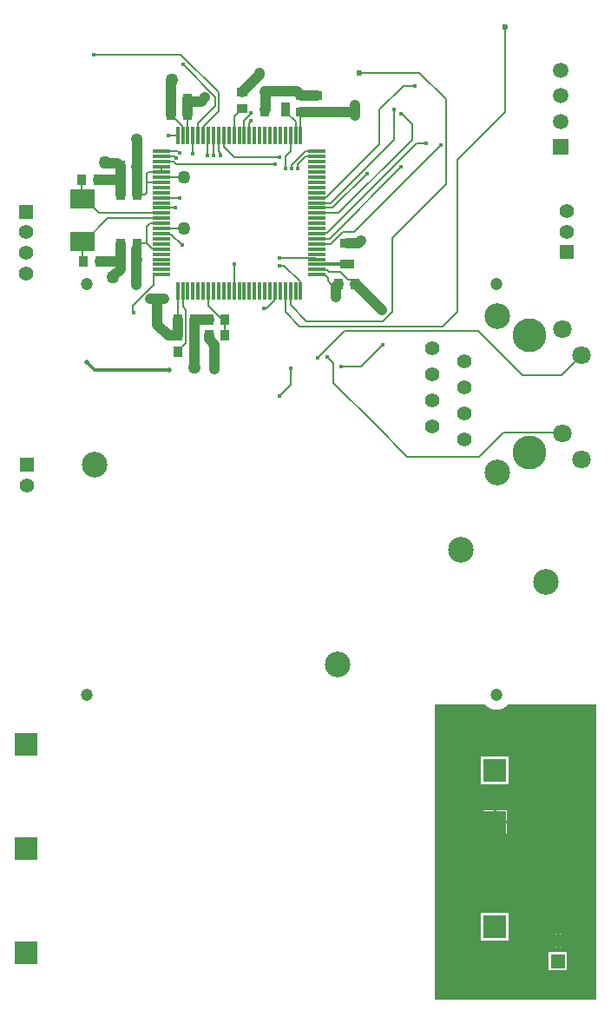
<source format=gbr>
%TF.GenerationSoftware,Altium Limited,Altium Designer,20.1.12 (249)*%
G04 Layer_Physical_Order=4*
G04 Layer_Color=16711680*
%FSLAX45Y45*%
%MOMM*%
%TF.SameCoordinates,0418086A-757F-42B6-A3B9-695331E80F4B*%
%TF.FilePolarity,Positive*%
%TF.FileFunction,Copper,L4,Bot,Signal*%
%TF.Part,Single*%
G01*
G75*
%TA.AperFunction,SMDPad,CuDef*%
%ADD12R,1.00000X0.95000*%
%ADD13R,0.95000X1.00000*%
%ADD21R,1.40000X0.95000*%
%ADD26R,0.95000X1.40000*%
%TA.AperFunction,Conductor*%
%ADD45C,1.00000*%
%ADD46C,0.30000*%
%ADD48C,0.20000*%
%ADD49C,0.15000*%
%TA.AperFunction,ComponentPad*%
%ADD52C,1.40000*%
%ADD53R,1.40000X1.40000*%
%TA.AperFunction,WasherPad*%
%ADD54C,1.20000*%
%TA.AperFunction,ComponentPad*%
%ADD55C,2.50000*%
%ADD56C,1.50000*%
%ADD57R,1.50000X1.50000*%
%ADD58C,3.30000*%
%ADD59C,1.80000*%
%ADD60R,2.30000X2.30000*%
%TA.AperFunction,ViaPad*%
%ADD61C,0.60000*%
%ADD62C,0.40000*%
%ADD63C,0.50000*%
%ADD64C,1.27000*%
%ADD65C,2.50000*%
%TA.AperFunction,SMDPad,CuDef*%
%ADD66R,2.40000X1.90000*%
%ADD67R,1.75000X0.30000*%
%ADD68R,0.30000X1.75000*%
G36*
X5974512Y25488D02*
X4400000D01*
Y2900000D01*
X4888021D01*
X4893421Y2893420D01*
X4916261Y2874675D01*
X4942320Y2860747D01*
X4970595Y2852170D01*
X5000000Y2849273D01*
X5029405Y2852170D01*
X5057680Y2860747D01*
X5083739Y2874675D01*
X5106579Y2893420D01*
X5111980Y2900000D01*
X5974512D01*
Y25488D01*
D02*
G37*
%LPC*%
G36*
X5121000Y2397002D02*
X4851000D01*
Y2127002D01*
X5121000D01*
Y2397002D01*
D02*
G37*
G36*
X5101000Y1869002D02*
X4998700D01*
Y1766702D01*
X5101000D01*
Y1869002D01*
D02*
G37*
G36*
X4973300D02*
X4871000D01*
Y1766702D01*
X4973300D01*
Y1869002D01*
D02*
G37*
G36*
X5101000Y1741302D02*
X4998700D01*
Y1639002D01*
X5101000D01*
Y1741302D01*
D02*
G37*
G36*
X4973300D02*
X4871000D01*
Y1639002D01*
X4973300D01*
Y1741302D01*
D02*
G37*
G36*
X5612699Y668931D02*
Y612699D01*
X5668931D01*
X5668197Y618272D01*
X5661144Y635301D01*
X5649923Y649923D01*
X5635301Y661143D01*
X5618272Y668197D01*
X5612699Y668931D01*
D02*
G37*
G36*
X5587299D02*
X5581725Y668197D01*
X5564697Y661143D01*
X5550074Y649923D01*
X5538854Y635301D01*
X5531801Y618272D01*
X5531067Y612699D01*
X5587299D01*
Y668931D01*
D02*
G37*
G36*
X5121000Y873002D02*
X4851000D01*
Y603002D01*
X5121000D01*
Y873002D01*
D02*
G37*
G36*
X5668931Y587299D02*
X5612699D01*
Y531067D01*
X5618272Y531801D01*
X5635301Y538854D01*
X5649923Y550074D01*
X5661144Y564697D01*
X5668197Y581725D01*
X5668931Y587299D01*
D02*
G37*
G36*
X5587299D02*
X5531067D01*
X5531801Y581725D01*
X5538854Y564697D01*
X5550074Y550074D01*
X5564697Y538854D01*
X5581725Y531801D01*
X5587299Y531067D01*
Y587299D01*
D02*
G37*
G36*
X5689999Y489999D02*
X5509999D01*
Y309999D01*
X5689999D01*
Y489999D01*
D02*
G37*
%LPD*%
D12*
X3098500Y8837498D02*
D03*
Y8677499D02*
D03*
X3251002Y8837498D02*
D03*
Y8677499D02*
D03*
X2520000Y8870000D02*
D03*
Y8710000D02*
D03*
D13*
X2193498Y6654998D02*
D03*
X2353498D02*
D03*
Y6497498D02*
D03*
X2193498D02*
D03*
X2050999Y6340003D02*
D03*
X1891000D02*
D03*
X2050999Y6654998D02*
D03*
X1891000D02*
D03*
X1333500Y7874376D02*
D03*
X1493500D02*
D03*
X1333500Y8150001D02*
D03*
X1493500D02*
D03*
X1331001Y7389998D02*
D03*
X1491000D02*
D03*
X1333500Y8012501D02*
D03*
X1493500D02*
D03*
X3618499Y7005000D02*
D03*
X3458500D02*
D03*
X1828500Y8652500D02*
D03*
X1988500D02*
D03*
X1333500Y7240001D02*
D03*
X1493500D02*
D03*
X1828500Y8805001D02*
D03*
X1988500D02*
D03*
X2050999Y6497498D02*
D03*
X1891000D02*
D03*
X1116000Y8017500D02*
D03*
X956000D02*
D03*
X1131001Y7222500D02*
D03*
X971001D02*
D03*
D21*
X3543498Y7200001D02*
D03*
Y7400000D02*
D03*
D26*
X2943499Y8699998D02*
D03*
X2743500D02*
D03*
D45*
X3552500Y8677499D02*
X3619998D01*
X1493500Y8150001D02*
Y8413999D01*
Y8150001D02*
Y8350001D01*
Y8413999D01*
X1692499Y6602501D02*
Y6857502D01*
X2520000Y8870000D02*
X2692502Y9042502D01*
Y9060002D01*
X1490000Y8417499D02*
X1493500Y8413999D01*
Y8012501D02*
Y8150001D01*
X1490000Y8146501D02*
X1493500Y8150001D01*
X3543498Y7400000D02*
X3545997Y7402500D01*
X3657498D01*
X3679998Y7424999D01*
X2117501Y8780003D02*
X2157486Y8819987D01*
X2117501Y8777498D02*
Y8780003D01*
X3619998Y8647501D02*
Y8677499D01*
X2252502Y6310000D02*
Y6409070D01*
Y6242502D02*
Y6310000D01*
Y6174999D02*
Y6242502D01*
X2193498Y6468074D02*
Y6497498D01*
Y6468074D02*
X2252502Y6409070D01*
X1692499Y6857502D02*
X1760002D01*
X3430001Y6869999D02*
Y6976501D01*
X3458500Y7005000D01*
X1490000Y7127499D02*
Y7236501D01*
Y7060001D02*
Y7127499D01*
Y6992498D02*
Y7060001D01*
Y7236501D02*
X1493500Y7240001D01*
X2050999Y6191001D02*
Y6340003D01*
X2049998Y6190000D02*
X2050999Y6191001D01*
X1301364Y8182138D02*
X1333500Y8150001D01*
X1185164Y8182138D02*
X1301364D01*
X1179998Y8187304D02*
X1185164Y8182138D01*
X1333500Y7148114D02*
Y7240001D01*
X1260003Y7074611D02*
X1333500Y7148114D01*
X1260003Y7067306D02*
Y7074611D01*
X1493500Y7874376D02*
Y8012501D01*
X1490172Y7243328D02*
Y7342500D01*
Y7243328D02*
X1493500Y7240001D01*
X1331001Y7242500D02*
Y7389998D01*
Y7242500D02*
X1333500Y7240001D01*
X1131001Y7222500D02*
X1315999D01*
X1333500Y7240001D01*
Y8012501D02*
Y8150001D01*
Y7874376D02*
Y8012501D01*
X1116000Y8017500D02*
X1328501D01*
X1333500Y8012501D01*
X3098500Y8837498D02*
X3251002D01*
X3056001Y8880003D02*
X3098500Y8837498D01*
X2767305Y8880003D02*
X3056001D01*
X2757307Y8870000D02*
X2767305Y8880003D01*
X2750002Y8870000D02*
X2757307D01*
X2745999Y8702497D02*
Y8857529D01*
X1828500Y8805001D02*
Y8988501D01*
X1829999Y8990000D01*
X1828500Y8652500D02*
Y8805001D01*
X2743500Y8699998D02*
X2745999Y8702497D01*
X2050999Y6340003D02*
Y6497498D01*
Y6654998D02*
X2193498D01*
X2050999Y6497498D02*
Y6654998D01*
X3618499Y7005000D02*
X3625002D01*
X3880002Y6749999D01*
X1625001Y6857502D02*
X1692499D01*
Y6602501D02*
X1797502Y6497498D01*
X1891000D01*
Y6654998D01*
X3619998Y8744996D02*
Y8745002D01*
Y8677499D02*
Y8744996D01*
X3251002Y8677499D02*
X3552500D01*
X3098500D02*
X3251002D01*
X1988500Y8652500D02*
Y8805001D01*
X2016003Y8777498D01*
X2117501D01*
D46*
X1080003Y6159998D02*
X1805000D01*
X999998Y6239998D02*
X1080003Y6159998D01*
X3247502Y7192503D02*
X3536000D01*
X3543498Y7200001D01*
D48*
X2189998Y6791355D02*
X2353498Y6627856D01*
X2939999Y6731000D02*
Y6935003D01*
Y6731000D02*
X3082239Y6588760D01*
X4475480D01*
X4617720Y6731000D01*
Y8211820D01*
X5087620Y8681720D01*
Y9507220D01*
X3660140Y9060180D02*
X4246880D01*
X4505960Y8801100D01*
Y7975600D02*
Y8801100D01*
X3982720Y7452360D02*
X4505960Y7975600D01*
X3982720Y6731000D02*
Y7452360D01*
X3891280Y6639560D02*
X3982720Y6731000D01*
X3144942Y6639560D02*
X3891280D01*
X2990002Y6794500D02*
X3144942Y6639560D01*
X2990002Y6794500D02*
Y6935003D01*
X1825351Y7487503D02*
X1932854Y7380000D01*
X2540000Y8597143D02*
X2607498Y8664646D01*
X2590414Y8567501D02*
X2607498Y8584590D01*
Y8590001D01*
X2540000Y8450001D02*
Y8597143D01*
X2607498Y8664646D02*
Y8670000D01*
X2590002Y8450001D02*
X2590414Y8450412D01*
Y8567501D01*
X1800001Y8450001D02*
X1889999D01*
X1589999Y7984998D02*
Y8079999D01*
X1493500Y8150001D02*
X1501003Y8142498D01*
X1493500Y8012501D02*
X1513500Y7992501D01*
X1732498Y7492502D02*
X1737497Y7487503D01*
X1825351D01*
X1948749Y7541250D02*
X1949999Y7540000D01*
X1741251Y7541250D02*
X1948749D01*
X1450000Y6729999D02*
Y6791249D01*
Y6729999D02*
X1460002Y6720002D01*
X1659997Y7092498D02*
X1732498D01*
X1654998Y7087499D02*
X1659997Y7092498D01*
X1654998Y6996247D02*
Y7087499D01*
X1450000Y6791249D02*
X1654998Y6996247D01*
X5632409Y6110000D02*
X5830809Y6308400D01*
X5255001Y6110000D02*
X5632409D01*
X4824999Y6540002D02*
X5255001Y6110000D01*
X3259999Y6279998D02*
X3519998Y6540002D01*
X4824999D01*
X3410001Y6039998D02*
Y6227110D01*
X3348553Y6288557D02*
X3410001Y6227110D01*
X3820003Y5630001D02*
X4129999Y5320000D01*
X4829998D01*
X3410001Y6039998D02*
X3820003Y5630001D01*
X5630809Y5555899D02*
X5640309Y5546400D01*
X5065898Y5555899D02*
X5630809D01*
X4829998Y5320000D02*
X5065898Y5555899D01*
X3480460Y6200049D02*
X3680049D01*
X3890000Y6410000D01*
X2353498Y6497498D02*
Y6627856D01*
X3860002Y8699998D02*
X4089999Y8930000D01*
X4200002D01*
X3247502Y7842499D02*
X3252500Y7847498D01*
X3340354D01*
X3860002Y8367146D01*
Y8699998D01*
X4000002Y8410001D02*
Y8699998D01*
X3382503Y7792502D02*
X4000002Y8410001D01*
X3247502Y7792502D02*
X3382503D01*
X2309998Y8257499D02*
Y8275411D01*
X2240001Y8257499D02*
Y8450001D01*
X956000Y7835001D02*
Y8017500D01*
Y7835001D02*
X960999Y7830002D01*
X1123498Y7692502D02*
X1732498D01*
X985998Y7830002D02*
X1123498Y7692502D01*
X960999Y7830002D02*
X985998D01*
X2289998Y8295416D02*
X2309998Y8275411D01*
X2289998Y8295416D02*
Y8450001D01*
X1622501Y7592502D02*
X1732498D01*
X1587144Y7557145D02*
X1622501Y7592502D01*
X1587144Y7400000D02*
Y7557145D01*
X1491000Y7389998D02*
X1501003Y7400000D01*
X1587144D01*
X1634642Y7352502D01*
X1649994D01*
X1659997Y7342500D01*
X1732498D01*
X1740002Y7540000D02*
X1741251Y7541250D01*
X1732498Y7542500D02*
X1737502D01*
X1740002Y7540000D01*
X1589999Y7890002D02*
Y7984998D01*
X1597503Y7992501D02*
X1732498D01*
X1589999Y7984998D02*
X1597503Y7992501D01*
X1602501Y8092501D02*
X1732498D01*
X1589999Y8079999D02*
X1602501Y8092501D01*
X1493500Y7874376D02*
X1574378D01*
X1589999Y7890002D01*
X1732498Y8042499D02*
X1733748Y8041249D01*
X1948749D01*
X1949999Y8039999D01*
X1828500Y8650000D02*
Y8652500D01*
Y8650000D02*
X1866001Y8612500D01*
X1935002Y8455000D02*
X1940001Y8450001D01*
X1866001Y8612500D02*
X1868500D01*
X1935002Y8545998D01*
Y8455000D02*
Y8545998D01*
X3039999Y8450001D02*
Y8580999D01*
X2943499Y8677499D02*
X3039999Y8580999D01*
X2943499Y8677499D02*
Y8699998D01*
X3350219Y7140291D02*
X3368548Y7121962D01*
X3247502Y7142500D02*
X3249712Y7140291D01*
X3368548Y7121962D02*
X3474390D01*
X3249712Y7140291D02*
X3350219D01*
X3474390Y7121962D02*
X3554964Y7041393D01*
X3582106D01*
X3618499Y7005000D01*
X3353288Y7032711D02*
Y7059214D01*
Y7032711D02*
X3380999Y7005000D01*
X3320004Y7092498D02*
X3353288Y7059214D01*
X3247502Y7092498D02*
X3320004D01*
X2189998Y6791355D02*
Y6935003D01*
X1940001Y6779997D02*
Y6935003D01*
Y6779997D02*
X1969999Y6749999D01*
X1889999Y6655999D02*
Y6935003D01*
X1969999Y6421501D02*
Y6749999D01*
X1891000Y6340003D02*
Y6342502D01*
X1969999Y6421501D01*
X3380999Y7005000D02*
X3458500D01*
X3090001Y8450001D02*
Y8669000D01*
X3098500Y8677499D01*
X1989999Y8450001D02*
Y8651001D01*
X1988500Y8652500D02*
X1989999Y8651001D01*
X1732498Y8092501D02*
Y8142498D01*
X1889999Y6655999D02*
X1891000Y6654998D01*
D49*
X2879999Y7180001D02*
X2929321D01*
X3082503Y7026819D01*
X2884998Y7255002D02*
X3235000D01*
X1875053Y8170001D02*
X2839999D01*
X1852549Y8192501D02*
X1875053Y8170001D01*
X2441895Y8235000D02*
X2885003D01*
X3235000Y7255002D02*
X3247502Y7242500D01*
X2939999Y8130002D02*
Y8250001D01*
X2990002Y8300004D01*
X2999999Y8130002D02*
Y8158104D01*
X3059999Y8130002D02*
Y8168102D01*
X3134396Y8242498D01*
X3247502D01*
X2832501Y6927505D02*
X2839999Y6935003D01*
X2832501Y6843182D02*
Y6927505D01*
X2754102Y6764782D02*
X2832501Y6843182D01*
X2734782Y6764782D02*
X2754102D01*
X2730002Y6760002D02*
X2734782Y6764782D01*
X3082503Y6942501D02*
X3090001Y6935003D01*
X3082503Y6942501D02*
Y7026819D01*
X2440000Y6935003D02*
Y7200001D01*
X1903237Y8279999D02*
X1909999D01*
X1890735Y8292501D02*
X1903237Y8279999D01*
X1732498Y7742499D02*
X1867499D01*
X1732498Y8192501D02*
X1852549D01*
X1732498Y8242498D02*
X1867505D01*
X1880001Y8230001D01*
X4220002Y8370001D02*
X4309999D01*
X3350001Y7500000D02*
X4220002Y8370001D01*
X3610000Y7509998D02*
X4460001Y8359999D01*
X3372500Y7442500D02*
X4069999Y8139999D01*
X3247502Y7742499D02*
X3402498D01*
X3739998Y8079999D01*
X3247502Y7692502D02*
X3462503D01*
X4174998Y8404997D01*
Y8557499D01*
X3247502Y7492502D02*
X3255000Y7500000D01*
X3350001D01*
X3247502Y7442500D02*
X3372500D01*
X3504179Y7509998D02*
X3610000D01*
X3386679Y7392502D02*
X3504179Y7509998D01*
X4071818Y8658179D02*
X4074317D01*
X4174998Y8557499D01*
X2040001Y8270001D02*
Y8450001D01*
X2184781Y8262280D02*
Y8444784D01*
X2180001Y8257499D02*
X2184781Y8262280D01*
X2340000Y8336895D02*
X2441895Y8235000D01*
X2999999Y8158104D02*
X3134396Y8292501D01*
X3247502D01*
Y7392502D02*
X3386679D01*
X1920001Y9240002D02*
X2289998Y8870000D01*
X1070000Y9240002D02*
X1920001D01*
X2289998Y8684321D02*
Y8870000D01*
X1940001Y9140002D02*
X2260001Y8819998D01*
Y8739998D02*
Y8819998D01*
X2147499Y8541822D02*
X2289998Y8684321D01*
X2089998Y8570001D02*
X2260001Y8739998D01*
X2089998Y8450001D02*
Y8570001D01*
X2140001Y8450001D02*
X2147499Y8457499D01*
Y8541822D01*
X2440000Y8450001D02*
Y8632500D01*
X2517501Y8710000D01*
X2520000D01*
X960999Y7232503D02*
Y7420000D01*
Y7232503D02*
X971001Y7222500D01*
X1208496Y7642499D02*
X1732498D01*
X985998Y7420000D02*
X1208496Y7642499D01*
X960999Y7420000D02*
X985998D01*
X2340000Y8336895D02*
Y8450001D01*
X1732498Y7842499D02*
X1733748Y7841249D01*
X1908749D01*
X1909999Y7840000D01*
X1732498Y8292501D02*
X1890735D01*
X2184781Y8444784D02*
X2189998Y8450001D01*
X2879999Y5910001D02*
X2990002Y6019998D01*
Y6179998D01*
Y8300004D02*
Y8450001D01*
D52*
X412501Y7504999D02*
D03*
Y7304999D02*
D03*
Y7105000D02*
D03*
X5599999Y599999D02*
D03*
X5685003Y7712502D02*
D03*
Y7512502D02*
D03*
X4687809Y5736900D02*
D03*
X4370309Y6117900D02*
D03*
X419999Y5040000D02*
D03*
X4370309Y6371900D02*
D03*
X4687809Y5482900D02*
D03*
Y6244900D02*
D03*
X4370309Y5609900D02*
D03*
Y5863900D02*
D03*
X4687809Y5990900D02*
D03*
D53*
X412501Y7704999D02*
D03*
X5599999Y399999D02*
D03*
X5685003Y7312497D02*
D03*
X419999Y5240000D02*
D03*
D54*
X5000000Y2999999D02*
D03*
X999998D02*
D03*
X5000000Y7000001D02*
D03*
X999998D02*
D03*
D55*
X5005309Y6689400D02*
D03*
Y5165400D02*
D03*
D56*
X5627502Y8585002D02*
D03*
Y8834999D02*
D03*
Y9085001D02*
D03*
D57*
Y8335000D02*
D03*
D58*
X5322809Y5355900D02*
D03*
Y6498900D02*
D03*
D59*
X5640309Y5546400D02*
D03*
Y6562400D02*
D03*
X5830809Y5292400D02*
D03*
Y6308400D02*
D03*
D60*
X414000Y2516002D02*
D03*
Y484002D02*
D03*
Y1500002D02*
D03*
X4986000Y738002D02*
D03*
Y2262002D02*
D03*
Y1754002D02*
D03*
D61*
X5087620Y9507220D02*
D03*
X3660140Y9060180D02*
D03*
X3679998Y7424999D02*
D03*
X3430001Y6869999D02*
D03*
X3880002Y6749999D02*
D03*
D62*
X1932854Y7380000D02*
D03*
X2879999Y7180001D02*
D03*
X2884998Y7255002D02*
D03*
X2839999Y8170001D02*
D03*
X2885003Y8235000D02*
D03*
X2939999Y8130002D02*
D03*
X2999999D02*
D03*
X3059999D02*
D03*
X2730002Y6760002D02*
D03*
X2607498Y8590001D02*
D03*
Y8670000D02*
D03*
X2692502Y9060002D02*
D03*
X2440000Y7200001D02*
D03*
X1800001Y8450001D02*
D03*
X1909999Y7840000D02*
D03*
X1867499Y7742499D02*
D03*
X1909999Y8279999D02*
D03*
X1880001Y8230001D02*
D03*
X1460002Y6720002D02*
D03*
X3259999Y6279998D02*
D03*
X3348553Y6288557D02*
D03*
X3480460Y6200049D02*
D03*
X3890000Y6410000D02*
D03*
X4200002Y8930000D02*
D03*
X4000002Y8699998D02*
D03*
X4309999Y8370001D02*
D03*
X4460001Y8359999D02*
D03*
X4069999Y8139999D02*
D03*
X3739998Y8079999D02*
D03*
X4071818Y8658179D02*
D03*
X2040001Y8270001D02*
D03*
X2309998Y8257499D02*
D03*
X2240001D02*
D03*
X2180001D02*
D03*
X1940001Y9140002D02*
D03*
X1070000Y9240002D02*
D03*
X2990002Y6179998D02*
D03*
D03*
X2879999Y5910001D02*
D03*
D03*
D63*
X999998Y6239998D02*
D03*
X1490000Y8350001D02*
D03*
Y8417499D02*
D03*
X2157486Y8819987D02*
D03*
X3619998Y8647501D02*
D03*
X2252502Y6174999D02*
D03*
Y6310000D02*
D03*
Y6242502D02*
D03*
X1760002Y6857502D02*
D03*
X1490000Y7127499D02*
D03*
Y7060001D02*
D03*
Y6992498D02*
D03*
Y8282498D02*
D03*
X1625001Y6857502D02*
D03*
X1692499D02*
D03*
X3619998Y8745002D02*
D03*
Y8677499D02*
D03*
X2117501Y8777498D02*
D03*
X1805000Y6159998D02*
D03*
D64*
X1949999Y7540000D02*
D03*
X2049998Y6190000D02*
D03*
X1179998Y8187304D02*
D03*
X1260003Y7067306D02*
D03*
X1949999Y8039999D02*
D03*
X2750002Y8870000D02*
D03*
X1829999Y8990000D02*
D03*
D65*
X1083884Y5238181D02*
D03*
X4653879Y4408180D02*
D03*
X3450001Y3290001D02*
D03*
X5480497Y4092986D02*
D03*
D66*
X960999Y7420000D02*
D03*
Y7830002D02*
D03*
D67*
X1732498Y7092498D02*
D03*
Y7142500D02*
D03*
Y7192503D02*
D03*
Y7242500D02*
D03*
Y7292503D02*
D03*
Y7392502D02*
D03*
Y7442500D02*
D03*
Y7492502D02*
D03*
Y7542500D02*
D03*
Y7642499D02*
D03*
Y7692502D02*
D03*
Y7742499D02*
D03*
Y7792502D02*
D03*
Y7842499D02*
D03*
Y7892501D02*
D03*
Y7942499D02*
D03*
Y8042499D02*
D03*
Y8192501D02*
D03*
Y8242498D02*
D03*
Y8292501D02*
D03*
X3247502D02*
D03*
Y8242498D02*
D03*
Y8192501D02*
D03*
Y8142498D02*
D03*
Y8092501D02*
D03*
Y8042499D02*
D03*
Y7992501D02*
D03*
Y7942499D02*
D03*
Y7892501D02*
D03*
Y7842499D02*
D03*
Y7792502D02*
D03*
Y7742499D02*
D03*
Y7692502D02*
D03*
Y7642499D02*
D03*
Y7592502D02*
D03*
Y7542500D02*
D03*
Y7492502D02*
D03*
Y7442500D02*
D03*
Y7392502D02*
D03*
Y7342500D02*
D03*
Y7292503D02*
D03*
Y7242500D02*
D03*
Y7192503D02*
D03*
Y7142500D02*
D03*
X1732498Y7992501D02*
D03*
Y7342500D02*
D03*
Y7592502D02*
D03*
Y8142498D02*
D03*
Y8092501D02*
D03*
X3247502Y7092498D02*
D03*
D68*
X1889999Y8450001D02*
D03*
X1940001D02*
D03*
X2040001D02*
D03*
X2089998D02*
D03*
X2140001D02*
D03*
X2189998D02*
D03*
X2240001D02*
D03*
X2289998D02*
D03*
X2340000D02*
D03*
X2390003D02*
D03*
X2440000D02*
D03*
X2490003D02*
D03*
X2540000D02*
D03*
X2590002D02*
D03*
X2640000D02*
D03*
X2690002D02*
D03*
X2740000D02*
D03*
X2790002D02*
D03*
X2839999D02*
D03*
X2890002D02*
D03*
X2939999D02*
D03*
X2990002D02*
D03*
X3039999D02*
D03*
X3090001Y6935003D02*
D03*
X3039999D02*
D03*
X2990002D02*
D03*
X2939999D02*
D03*
X2890002D02*
D03*
X2839999D02*
D03*
X2790002D02*
D03*
X2740000D02*
D03*
X2690002D02*
D03*
X2640000D02*
D03*
X2590002D02*
D03*
X2540000D02*
D03*
X2490003D02*
D03*
X2440000D02*
D03*
X2390003D02*
D03*
X2340000D02*
D03*
X2289998D02*
D03*
X2240001D02*
D03*
X2189998D02*
D03*
X2140001D02*
D03*
X2089998D02*
D03*
X2040001D02*
D03*
X1989999D02*
D03*
X1940001D02*
D03*
X1889999D02*
D03*
X1989999Y8450001D02*
D03*
X3090001D02*
D03*
%TF.MD5,5a5c847b9aea6d3a020861e73d356293*%
M02*

</source>
